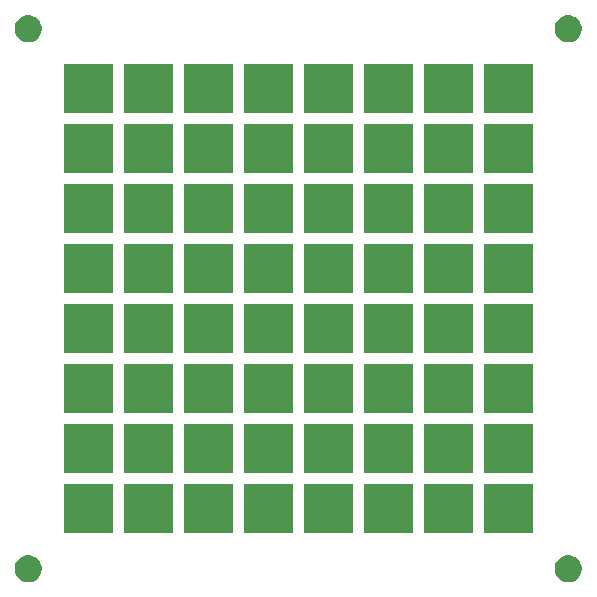
<source format=gbr>
G04 #@! TF.GenerationSoftware,KiCad,Pcbnew,(5.1.5)-3*
G04 #@! TF.CreationDate,2020-02-10T18:10:01+01:00*
G04 #@! TF.ProjectId,Mars-64,4d617273-2d36-4342-9e6b-696361645f70,A*
G04 #@! TF.SameCoordinates,Original*
G04 #@! TF.FileFunction,Soldermask,Top*
G04 #@! TF.FilePolarity,Negative*
%FSLAX46Y46*%
G04 Gerber Fmt 4.6, Leading zero omitted, Abs format (unit mm)*
G04 Created by KiCad (PCBNEW (5.1.5)-3) date 2020-02-10 18:10:01*
%MOMM*%
%LPD*%
G04 APERTURE LIST*
%ADD10C,0.100000*%
G04 APERTURE END LIST*
D10*
G36*
X84044549Y-77611116D02*
G01*
X84155734Y-77633232D01*
X84365203Y-77719997D01*
X84553720Y-77845960D01*
X84714040Y-78006280D01*
X84840003Y-78194797D01*
X84926768Y-78404266D01*
X84971000Y-78626636D01*
X84971000Y-78853364D01*
X84926768Y-79075734D01*
X84840003Y-79285203D01*
X84714040Y-79473720D01*
X84553720Y-79634040D01*
X84365203Y-79760003D01*
X84155734Y-79846768D01*
X84044549Y-79868884D01*
X83933365Y-79891000D01*
X83706635Y-79891000D01*
X83595451Y-79868884D01*
X83484266Y-79846768D01*
X83274797Y-79760003D01*
X83086280Y-79634040D01*
X82925960Y-79473720D01*
X82799997Y-79285203D01*
X82713232Y-79075734D01*
X82669000Y-78853364D01*
X82669000Y-78626636D01*
X82713232Y-78404266D01*
X82799997Y-78194797D01*
X82925960Y-78006280D01*
X83086280Y-77845960D01*
X83274797Y-77719997D01*
X83484266Y-77633232D01*
X83595451Y-77611116D01*
X83706635Y-77589000D01*
X83933365Y-77589000D01*
X84044549Y-77611116D01*
G37*
G36*
X38324549Y-77611116D02*
G01*
X38435734Y-77633232D01*
X38645203Y-77719997D01*
X38833720Y-77845960D01*
X38994040Y-78006280D01*
X39120003Y-78194797D01*
X39206768Y-78404266D01*
X39251000Y-78626636D01*
X39251000Y-78853364D01*
X39206768Y-79075734D01*
X39120003Y-79285203D01*
X38994040Y-79473720D01*
X38833720Y-79634040D01*
X38645203Y-79760003D01*
X38435734Y-79846768D01*
X38324549Y-79868884D01*
X38213365Y-79891000D01*
X37986635Y-79891000D01*
X37875451Y-79868884D01*
X37764266Y-79846768D01*
X37554797Y-79760003D01*
X37366280Y-79634040D01*
X37205960Y-79473720D01*
X37079997Y-79285203D01*
X36993232Y-79075734D01*
X36949000Y-78853364D01*
X36949000Y-78626636D01*
X36993232Y-78404266D01*
X37079997Y-78194797D01*
X37205960Y-78006280D01*
X37366280Y-77845960D01*
X37554797Y-77719997D01*
X37764266Y-77633232D01*
X37875451Y-77611116D01*
X37986635Y-77589000D01*
X38213365Y-77589000D01*
X38324549Y-77611116D01*
G37*
G36*
X80791000Y-75711000D02*
G01*
X76689000Y-75711000D01*
X76689000Y-71609000D01*
X80791000Y-71609000D01*
X80791000Y-75711000D01*
G37*
G36*
X75711000Y-75711000D02*
G01*
X71609000Y-75711000D01*
X71609000Y-71609000D01*
X75711000Y-71609000D01*
X75711000Y-75711000D01*
G37*
G36*
X70631000Y-75711000D02*
G01*
X66529000Y-75711000D01*
X66529000Y-71609000D01*
X70631000Y-71609000D01*
X70631000Y-75711000D01*
G37*
G36*
X65551000Y-75711000D02*
G01*
X61449000Y-75711000D01*
X61449000Y-71609000D01*
X65551000Y-71609000D01*
X65551000Y-75711000D01*
G37*
G36*
X60471000Y-75711000D02*
G01*
X56369000Y-75711000D01*
X56369000Y-71609000D01*
X60471000Y-71609000D01*
X60471000Y-75711000D01*
G37*
G36*
X55391000Y-75711000D02*
G01*
X51289000Y-75711000D01*
X51289000Y-71609000D01*
X55391000Y-71609000D01*
X55391000Y-75711000D01*
G37*
G36*
X50311000Y-75711000D02*
G01*
X46209000Y-75711000D01*
X46209000Y-71609000D01*
X50311000Y-71609000D01*
X50311000Y-75711000D01*
G37*
G36*
X45231000Y-75711000D02*
G01*
X41129000Y-75711000D01*
X41129000Y-71609000D01*
X45231000Y-71609000D01*
X45231000Y-75711000D01*
G37*
G36*
X65551000Y-70631000D02*
G01*
X61449000Y-70631000D01*
X61449000Y-66529000D01*
X65551000Y-66529000D01*
X65551000Y-70631000D01*
G37*
G36*
X70631000Y-70631000D02*
G01*
X66529000Y-70631000D01*
X66529000Y-66529000D01*
X70631000Y-66529000D01*
X70631000Y-70631000D01*
G37*
G36*
X60471000Y-70631000D02*
G01*
X56369000Y-70631000D01*
X56369000Y-66529000D01*
X60471000Y-66529000D01*
X60471000Y-70631000D01*
G37*
G36*
X55391000Y-70631000D02*
G01*
X51289000Y-70631000D01*
X51289000Y-66529000D01*
X55391000Y-66529000D01*
X55391000Y-70631000D01*
G37*
G36*
X50311000Y-70631000D02*
G01*
X46209000Y-70631000D01*
X46209000Y-66529000D01*
X50311000Y-66529000D01*
X50311000Y-70631000D01*
G37*
G36*
X45231000Y-70631000D02*
G01*
X41129000Y-70631000D01*
X41129000Y-66529000D01*
X45231000Y-66529000D01*
X45231000Y-70631000D01*
G37*
G36*
X80791000Y-70631000D02*
G01*
X76689000Y-70631000D01*
X76689000Y-66529000D01*
X80791000Y-66529000D01*
X80791000Y-70631000D01*
G37*
G36*
X75711000Y-70631000D02*
G01*
X71609000Y-70631000D01*
X71609000Y-66529000D01*
X75711000Y-66529000D01*
X75711000Y-70631000D01*
G37*
G36*
X45231000Y-65551000D02*
G01*
X41129000Y-65551000D01*
X41129000Y-61449000D01*
X45231000Y-61449000D01*
X45231000Y-65551000D01*
G37*
G36*
X75711000Y-65551000D02*
G01*
X71609000Y-65551000D01*
X71609000Y-61449000D01*
X75711000Y-61449000D01*
X75711000Y-65551000D01*
G37*
G36*
X70631000Y-65551000D02*
G01*
X66529000Y-65551000D01*
X66529000Y-61449000D01*
X70631000Y-61449000D01*
X70631000Y-65551000D01*
G37*
G36*
X65551000Y-65551000D02*
G01*
X61449000Y-65551000D01*
X61449000Y-61449000D01*
X65551000Y-61449000D01*
X65551000Y-65551000D01*
G37*
G36*
X60471000Y-65551000D02*
G01*
X56369000Y-65551000D01*
X56369000Y-61449000D01*
X60471000Y-61449000D01*
X60471000Y-65551000D01*
G37*
G36*
X55391000Y-65551000D02*
G01*
X51289000Y-65551000D01*
X51289000Y-61449000D01*
X55391000Y-61449000D01*
X55391000Y-65551000D01*
G37*
G36*
X50311000Y-65551000D02*
G01*
X46209000Y-65551000D01*
X46209000Y-61449000D01*
X50311000Y-61449000D01*
X50311000Y-65551000D01*
G37*
G36*
X80791000Y-65551000D02*
G01*
X76689000Y-65551000D01*
X76689000Y-61449000D01*
X80791000Y-61449000D01*
X80791000Y-65551000D01*
G37*
G36*
X60471000Y-60471000D02*
G01*
X56369000Y-60471000D01*
X56369000Y-56369000D01*
X60471000Y-56369000D01*
X60471000Y-60471000D01*
G37*
G36*
X65551000Y-60471000D02*
G01*
X61449000Y-60471000D01*
X61449000Y-56369000D01*
X65551000Y-56369000D01*
X65551000Y-60471000D01*
G37*
G36*
X45231000Y-60471000D02*
G01*
X41129000Y-60471000D01*
X41129000Y-56369000D01*
X45231000Y-56369000D01*
X45231000Y-60471000D01*
G37*
G36*
X50311000Y-60471000D02*
G01*
X46209000Y-60471000D01*
X46209000Y-56369000D01*
X50311000Y-56369000D01*
X50311000Y-60471000D01*
G37*
G36*
X55391000Y-60471000D02*
G01*
X51289000Y-60471000D01*
X51289000Y-56369000D01*
X55391000Y-56369000D01*
X55391000Y-60471000D01*
G37*
G36*
X70631000Y-60471000D02*
G01*
X66529000Y-60471000D01*
X66529000Y-56369000D01*
X70631000Y-56369000D01*
X70631000Y-60471000D01*
G37*
G36*
X75711000Y-60471000D02*
G01*
X71609000Y-60471000D01*
X71609000Y-56369000D01*
X75711000Y-56369000D01*
X75711000Y-60471000D01*
G37*
G36*
X80791000Y-60471000D02*
G01*
X76689000Y-60471000D01*
X76689000Y-56369000D01*
X80791000Y-56369000D01*
X80791000Y-60471000D01*
G37*
G36*
X45231000Y-55391000D02*
G01*
X41129000Y-55391000D01*
X41129000Y-51289000D01*
X45231000Y-51289000D01*
X45231000Y-55391000D01*
G37*
G36*
X80791000Y-55391000D02*
G01*
X76689000Y-55391000D01*
X76689000Y-51289000D01*
X80791000Y-51289000D01*
X80791000Y-55391000D01*
G37*
G36*
X75711000Y-55391000D02*
G01*
X71609000Y-55391000D01*
X71609000Y-51289000D01*
X75711000Y-51289000D01*
X75711000Y-55391000D01*
G37*
G36*
X65551000Y-55391000D02*
G01*
X61449000Y-55391000D01*
X61449000Y-51289000D01*
X65551000Y-51289000D01*
X65551000Y-55391000D01*
G37*
G36*
X55391000Y-55391000D02*
G01*
X51289000Y-55391000D01*
X51289000Y-51289000D01*
X55391000Y-51289000D01*
X55391000Y-55391000D01*
G37*
G36*
X50311000Y-55391000D02*
G01*
X46209000Y-55391000D01*
X46209000Y-51289000D01*
X50311000Y-51289000D01*
X50311000Y-55391000D01*
G37*
G36*
X70631000Y-55391000D02*
G01*
X66529000Y-55391000D01*
X66529000Y-51289000D01*
X70631000Y-51289000D01*
X70631000Y-55391000D01*
G37*
G36*
X60471000Y-55391000D02*
G01*
X56369000Y-55391000D01*
X56369000Y-51289000D01*
X60471000Y-51289000D01*
X60471000Y-55391000D01*
G37*
G36*
X80791000Y-50311000D02*
G01*
X76689000Y-50311000D01*
X76689000Y-46209000D01*
X80791000Y-46209000D01*
X80791000Y-50311000D01*
G37*
G36*
X45231000Y-50311000D02*
G01*
X41129000Y-50311000D01*
X41129000Y-46209000D01*
X45231000Y-46209000D01*
X45231000Y-50311000D01*
G37*
G36*
X50311000Y-50311000D02*
G01*
X46209000Y-50311000D01*
X46209000Y-46209000D01*
X50311000Y-46209000D01*
X50311000Y-50311000D01*
G37*
G36*
X55391000Y-50311000D02*
G01*
X51289000Y-50311000D01*
X51289000Y-46209000D01*
X55391000Y-46209000D01*
X55391000Y-50311000D01*
G37*
G36*
X60471000Y-50311000D02*
G01*
X56369000Y-50311000D01*
X56369000Y-46209000D01*
X60471000Y-46209000D01*
X60471000Y-50311000D01*
G37*
G36*
X65551000Y-50311000D02*
G01*
X61449000Y-50311000D01*
X61449000Y-46209000D01*
X65551000Y-46209000D01*
X65551000Y-50311000D01*
G37*
G36*
X75711000Y-50311000D02*
G01*
X71609000Y-50311000D01*
X71609000Y-46209000D01*
X75711000Y-46209000D01*
X75711000Y-50311000D01*
G37*
G36*
X70631000Y-50311000D02*
G01*
X66529000Y-50311000D01*
X66529000Y-46209000D01*
X70631000Y-46209000D01*
X70631000Y-50311000D01*
G37*
G36*
X65551000Y-45231000D02*
G01*
X61449000Y-45231000D01*
X61449000Y-41129000D01*
X65551000Y-41129000D01*
X65551000Y-45231000D01*
G37*
G36*
X45231000Y-45231000D02*
G01*
X41129000Y-45231000D01*
X41129000Y-41129000D01*
X45231000Y-41129000D01*
X45231000Y-45231000D01*
G37*
G36*
X50311000Y-45231000D02*
G01*
X46209000Y-45231000D01*
X46209000Y-41129000D01*
X50311000Y-41129000D01*
X50311000Y-45231000D01*
G37*
G36*
X55391000Y-45231000D02*
G01*
X51289000Y-45231000D01*
X51289000Y-41129000D01*
X55391000Y-41129000D01*
X55391000Y-45231000D01*
G37*
G36*
X60471000Y-45231000D02*
G01*
X56369000Y-45231000D01*
X56369000Y-41129000D01*
X60471000Y-41129000D01*
X60471000Y-45231000D01*
G37*
G36*
X75711000Y-45231000D02*
G01*
X71609000Y-45231000D01*
X71609000Y-41129000D01*
X75711000Y-41129000D01*
X75711000Y-45231000D01*
G37*
G36*
X80791000Y-45231000D02*
G01*
X76689000Y-45231000D01*
X76689000Y-41129000D01*
X80791000Y-41129000D01*
X80791000Y-45231000D01*
G37*
G36*
X70631000Y-45231000D02*
G01*
X66529000Y-45231000D01*
X66529000Y-41129000D01*
X70631000Y-41129000D01*
X70631000Y-45231000D01*
G37*
G36*
X75711000Y-40151000D02*
G01*
X71609000Y-40151000D01*
X71609000Y-36049000D01*
X75711000Y-36049000D01*
X75711000Y-40151000D01*
G37*
G36*
X45231000Y-40151000D02*
G01*
X41129000Y-40151000D01*
X41129000Y-36049000D01*
X45231000Y-36049000D01*
X45231000Y-40151000D01*
G37*
G36*
X50311000Y-40151000D02*
G01*
X46209000Y-40151000D01*
X46209000Y-36049000D01*
X50311000Y-36049000D01*
X50311000Y-40151000D01*
G37*
G36*
X55391000Y-40151000D02*
G01*
X51289000Y-40151000D01*
X51289000Y-36049000D01*
X55391000Y-36049000D01*
X55391000Y-40151000D01*
G37*
G36*
X60471000Y-40151000D02*
G01*
X56369000Y-40151000D01*
X56369000Y-36049000D01*
X60471000Y-36049000D01*
X60471000Y-40151000D01*
G37*
G36*
X65551000Y-40151000D02*
G01*
X61449000Y-40151000D01*
X61449000Y-36049000D01*
X65551000Y-36049000D01*
X65551000Y-40151000D01*
G37*
G36*
X80791000Y-40151000D02*
G01*
X76689000Y-40151000D01*
X76689000Y-36049000D01*
X80791000Y-36049000D01*
X80791000Y-40151000D01*
G37*
G36*
X70631000Y-40151000D02*
G01*
X66529000Y-40151000D01*
X66529000Y-36049000D01*
X70631000Y-36049000D01*
X70631000Y-40151000D01*
G37*
G36*
X84044549Y-31891116D02*
G01*
X84155734Y-31913232D01*
X84365203Y-31999997D01*
X84553720Y-32125960D01*
X84714040Y-32286280D01*
X84840003Y-32474797D01*
X84926768Y-32684266D01*
X84971000Y-32906636D01*
X84971000Y-33133364D01*
X84926768Y-33355734D01*
X84840003Y-33565203D01*
X84714040Y-33753720D01*
X84553720Y-33914040D01*
X84365203Y-34040003D01*
X84155734Y-34126768D01*
X84044549Y-34148884D01*
X83933365Y-34171000D01*
X83706635Y-34171000D01*
X83595451Y-34148884D01*
X83484266Y-34126768D01*
X83274797Y-34040003D01*
X83086280Y-33914040D01*
X82925960Y-33753720D01*
X82799997Y-33565203D01*
X82713232Y-33355734D01*
X82669000Y-33133364D01*
X82669000Y-32906636D01*
X82713232Y-32684266D01*
X82799997Y-32474797D01*
X82925960Y-32286280D01*
X83086280Y-32125960D01*
X83274797Y-31999997D01*
X83484266Y-31913232D01*
X83595451Y-31891116D01*
X83706635Y-31869000D01*
X83933365Y-31869000D01*
X84044549Y-31891116D01*
G37*
G36*
X38324549Y-31891116D02*
G01*
X38435734Y-31913232D01*
X38645203Y-31999997D01*
X38833720Y-32125960D01*
X38994040Y-32286280D01*
X39120003Y-32474797D01*
X39206768Y-32684266D01*
X39251000Y-32906636D01*
X39251000Y-33133364D01*
X39206768Y-33355734D01*
X39120003Y-33565203D01*
X38994040Y-33753720D01*
X38833720Y-33914040D01*
X38645203Y-34040003D01*
X38435734Y-34126768D01*
X38324549Y-34148884D01*
X38213365Y-34171000D01*
X37986635Y-34171000D01*
X37875451Y-34148884D01*
X37764266Y-34126768D01*
X37554797Y-34040003D01*
X37366280Y-33914040D01*
X37205960Y-33753720D01*
X37079997Y-33565203D01*
X36993232Y-33355734D01*
X36949000Y-33133364D01*
X36949000Y-32906636D01*
X36993232Y-32684266D01*
X37079997Y-32474797D01*
X37205960Y-32286280D01*
X37366280Y-32125960D01*
X37554797Y-31999997D01*
X37764266Y-31913232D01*
X37875451Y-31891116D01*
X37986635Y-31869000D01*
X38213365Y-31869000D01*
X38324549Y-31891116D01*
G37*
M02*

</source>
